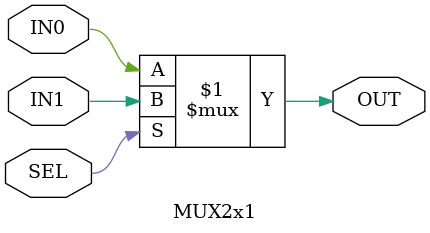
<source format=v>

module SR_FF_D_FFSR_MUX (
  input D, S, R, CLK,
  output Q
);

  wire D_FF_Q;
  wire MUX_OUT;

  // Instantiate the D-FFSR
  D_FF_SR d_ff_sr (
    .D(D),
    .S(S),
    .R(R),
    .CLK(CLK),
    .Q(D_FF_Q)
  );

  // Instantiate the MUX
  MUX2x1 mux (
    .IN0(D_FF_Q),
    .IN1(R),  // Corrected the input to match the MUX behavior
    .SEL(S),
    .OUT(MUX_OUT)
  );

  assign Q = ~MUX_OUT; // Fix the RTL

endmodule
module D_FF_SR (
  input D, S, R, CLK,
  output Q
);

  reg Q_reg;

  always @(posedge CLK) begin
    if (R) Q_reg <= 1'b0;
    else if (S) Q_reg <= 1'b1;
    else Q_reg <= D;
  end

  assign Q = Q_reg;

endmodule
module MUX2x1 (
  input IN0, IN1, SEL,
  output OUT
);

  assign OUT = SEL ? IN1 : IN0;

endmodule
</source>
